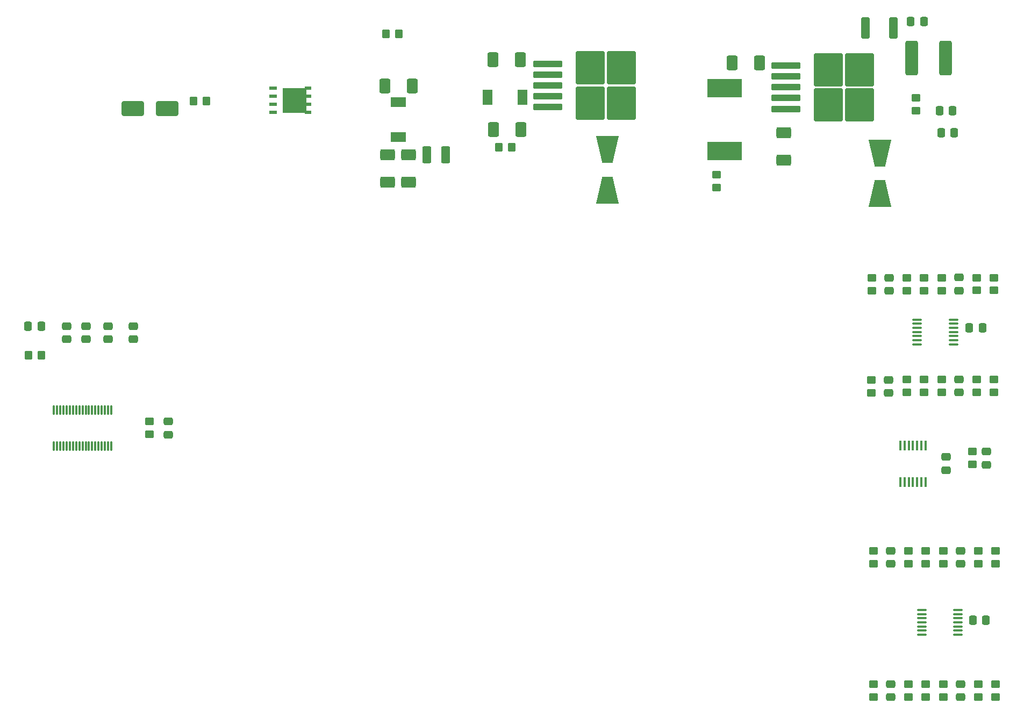
<source format=gbr>
%TF.GenerationSoftware,KiCad,Pcbnew,9.0.6-9.0.6~ubuntu24.04.1*%
%TF.CreationDate,2025-12-03T13:46:22+01:00*%
%TF.ProjectId,HVAC_STM32F7_PCB,48564143-5f53-4544-9d33-3246375f5043,rev?*%
%TF.SameCoordinates,Original*%
%TF.FileFunction,Paste,Top*%
%TF.FilePolarity,Positive*%
%FSLAX46Y46*%
G04 Gerber Fmt 4.6, Leading zero omitted, Abs format (unit mm)*
G04 Created by KiCad (PCBNEW 9.0.6-9.0.6~ubuntu24.04.1) date 2025-12-03 13:46:22*
%MOMM*%
%LPD*%
G01*
G04 APERTURE LIST*
G04 Aperture macros list*
%AMRoundRect*
0 Rectangle with rounded corners*
0 $1 Rounding radius*
0 $2 $3 $4 $5 $6 $7 $8 $9 X,Y pos of 4 corners*
0 Add a 4 corners polygon primitive as box body*
4,1,4,$2,$3,$4,$5,$6,$7,$8,$9,$2,$3,0*
0 Add four circle primitives for the rounded corners*
1,1,$1+$1,$2,$3*
1,1,$1+$1,$4,$5*
1,1,$1+$1,$6,$7*
1,1,$1+$1,$8,$9*
0 Add four rect primitives between the rounded corners*
20,1,$1+$1,$2,$3,$4,$5,0*
20,1,$1+$1,$4,$5,$6,$7,0*
20,1,$1+$1,$6,$7,$8,$9,0*
20,1,$1+$1,$8,$9,$2,$3,0*%
%AMOutline4P*
0 Free polygon, 4 corners , with rotation*
0 The origin of the aperture is its center*
0 number of corners: always 4*
0 $1 to $8 corner X, Y*
0 $9 Rotation angle, in degrees counterclockwise*
0 create outline with 4 corners*
4,1,4,$1,$2,$3,$4,$5,$6,$7,$8,$1,$2,$9*%
G04 Aperture macros list end*
%ADD10RoundRect,0.250000X0.450000X-0.350000X0.450000X0.350000X-0.450000X0.350000X-0.450000X-0.350000X0*%
%ADD11R,1.500000X2.400000*%
%ADD12RoundRect,0.250000X0.350000X0.450000X-0.350000X0.450000X-0.350000X-0.450000X0.350000X-0.450000X0*%
%ADD13RoundRect,0.250000X-0.337500X-0.475000X0.337500X-0.475000X0.337500X0.475000X-0.337500X0.475000X0*%
%ADD14RoundRect,0.250000X-0.450000X0.350000X-0.450000X-0.350000X0.450000X-0.350000X0.450000X0.350000X0*%
%ADD15RoundRect,0.100000X0.637500X0.100000X-0.637500X0.100000X-0.637500X-0.100000X0.637500X-0.100000X0*%
%ADD16RoundRect,0.250000X0.475000X-0.337500X0.475000X0.337500X-0.475000X0.337500X-0.475000X-0.337500X0*%
%ADD17R,5.400000X2.900000*%
%ADD18RoundRect,0.250001X0.612499X0.899999X-0.612499X0.899999X-0.612499X-0.899999X0.612499X-0.899999X0*%
%ADD19Outline4P,-2.150000X-1.800000X2.150000X-0.800000X2.150000X0.800000X-2.150000X1.800000X270.000000*%
%ADD20Outline4P,-2.150000X-1.800000X2.150000X-0.800000X2.150000X0.800000X-2.150000X1.800000X90.000000*%
%ADD21RoundRect,0.250000X0.400000X1.450000X-0.400000X1.450000X-0.400000X-1.450000X0.400000X-1.450000X0*%
%ADD22RoundRect,0.250000X-0.475000X0.337500X-0.475000X-0.337500X0.475000X-0.337500X0.475000X0.337500X0*%
%ADD23RoundRect,0.249999X-0.737501X-2.450001X0.737501X-2.450001X0.737501X2.450001X-0.737501X2.450001X0*%
%ADD24RoundRect,0.250000X-1.500000X-0.900000X1.500000X-0.900000X1.500000X0.900000X-1.500000X0.900000X0*%
%ADD25RoundRect,0.250001X-0.899999X0.612499X-0.899999X-0.612499X0.899999X-0.612499X0.899999X0.612499X0*%
%ADD26RoundRect,0.051250X-0.153750X0.733750X-0.153750X-0.733750X0.153750X-0.733750X0.153750X0.733750X0*%
%ADD27RoundRect,0.250001X-0.462499X-1.074999X0.462499X-1.074999X0.462499X1.074999X-0.462499X1.074999X0*%
%ADD28RoundRect,0.075000X-0.075000X0.662500X-0.075000X-0.662500X0.075000X-0.662500X0.075000X0.662500X0*%
%ADD29RoundRect,0.250000X-0.350000X-0.450000X0.350000X-0.450000X0.350000X0.450000X-0.350000X0.450000X0*%
%ADD30R,1.270000X0.610000*%
%ADD31R,3.810000X3.910000*%
%ADD32R,1.020000X0.610000*%
%ADD33RoundRect,0.250000X-2.025000X-2.375000X2.025000X-2.375000X2.025000X2.375000X-2.025000X2.375000X0*%
%ADD34RoundRect,0.250000X-2.050000X-0.300000X2.050000X-0.300000X2.050000X0.300000X-2.050000X0.300000X0*%
%ADD35R,2.400000X1.500000*%
%ADD36RoundRect,0.250001X-0.612499X-0.899999X0.612499X-0.899999X0.612499X0.899999X-0.612499X0.899999X0*%
G04 APERTURE END LIST*
D10*
%TO.C,R9*%
X202800000Y-94875000D03*
X202800000Y-92875000D03*
%TD*%
D11*
%TO.C,L2*%
X131300000Y-48400000D03*
X136800000Y-48400000D03*
%TD*%
D12*
%TO.C,R4*%
X87000000Y-49000000D03*
X85000000Y-49000000D03*
%TD*%
D13*
%TO.C,C11*%
X58925000Y-84500000D03*
X61000000Y-84500000D03*
%TD*%
D14*
%TO.C,R7*%
X191800000Y-76875000D03*
X191800000Y-78875000D03*
%TD*%
D10*
%TO.C,R1*%
X78000000Y-101500000D03*
X78000000Y-99500000D03*
%TD*%
D15*
%TO.C,U5*%
X204662500Y-87325000D03*
X204662500Y-86675000D03*
X204662500Y-86025000D03*
X204662500Y-85375000D03*
X204662500Y-84725000D03*
X204662500Y-84075000D03*
X204662500Y-83425000D03*
X198937500Y-83425000D03*
X198937500Y-84075000D03*
X198937500Y-84725000D03*
X198937500Y-85375000D03*
X198937500Y-86025000D03*
X198937500Y-86675000D03*
X198937500Y-87325000D03*
%TD*%
D16*
%TO.C,C20*%
X194550000Y-78912500D03*
X194550000Y-76837500D03*
%TD*%
D14*
%TO.C,RG4*%
X208300000Y-92875000D03*
X208300000Y-94875000D03*
%TD*%
D17*
%TO.C,L1*%
X168600000Y-46975000D03*
X168600000Y-56875000D03*
%TD*%
D14*
%TO.C,RF3*%
X200050000Y-76875000D03*
X200050000Y-78875000D03*
%TD*%
%TO.C,RG7*%
X208550000Y-119875000D03*
X208550000Y-121875000D03*
%TD*%
%TO.C,RF4*%
X211050000Y-92875000D03*
X211050000Y-94875000D03*
%TD*%
D18*
%TO.C,C4*%
X136562500Y-53450000D03*
X132237500Y-53450000D03*
%TD*%
D15*
%TO.C,U6*%
X205412500Y-133075000D03*
X205412500Y-132425000D03*
X205412500Y-131775000D03*
X205412500Y-131125000D03*
X205412500Y-130475000D03*
X205412500Y-129825000D03*
X205412500Y-129175000D03*
X199687500Y-129175000D03*
X199687500Y-129825000D03*
X199687500Y-130475000D03*
X199687500Y-131125000D03*
X199687500Y-131775000D03*
X199687500Y-132425000D03*
X199687500Y-133075000D03*
%TD*%
D13*
%TO.C,C32*%
X207175000Y-84750000D03*
X209250000Y-84750000D03*
%TD*%
D19*
%TO.C,D1*%
X150200000Y-56650000D03*
D20*
X150200000Y-63050000D03*
%TD*%
D18*
%TO.C,C1*%
X136462500Y-42450000D03*
X132137500Y-42450000D03*
%TD*%
%TO.C,C6*%
X174162500Y-43000000D03*
X169837500Y-43000000D03*
%TD*%
D14*
%TO.C,R13*%
X203050000Y-140875000D03*
X203050000Y-142875000D03*
%TD*%
D21*
%TO.C,F2*%
X195225000Y-37500000D03*
X190775000Y-37500000D03*
%TD*%
D14*
%TO.C,R6*%
X191700000Y-92950000D03*
X191700000Y-94950000D03*
%TD*%
D22*
%TO.C,C17*%
X203550000Y-105087500D03*
X203550000Y-107162500D03*
%TD*%
D14*
%TO.C,RG5*%
X197550000Y-140875000D03*
X197550000Y-142875000D03*
%TD*%
D12*
%TO.C,R16*%
X135100000Y-56250000D03*
X133100000Y-56250000D03*
%TD*%
D23*
%TO.C,C29*%
X198112500Y-42250000D03*
X203387500Y-42250000D03*
%TD*%
D14*
%TO.C,RF7*%
X211300000Y-119875000D03*
X211300000Y-121875000D03*
%TD*%
D16*
%TO.C,C12*%
X68000000Y-86537500D03*
X68000000Y-84462500D03*
%TD*%
D14*
%TO.C,R8*%
X202800000Y-76875000D03*
X202800000Y-78875000D03*
%TD*%
D13*
%TO.C,C30*%
X202462500Y-50500000D03*
X204537500Y-50500000D03*
%TD*%
D22*
%TO.C,C9*%
X75500000Y-84462500D03*
X75500000Y-86537500D03*
%TD*%
D24*
%TO.C,D3*%
X75400000Y-50190000D03*
X80800000Y-50190000D03*
%TD*%
D16*
%TO.C,C25*%
X205800000Y-142912500D03*
X205800000Y-140837500D03*
%TD*%
%TO.C,C24*%
X205800000Y-121912500D03*
X205800000Y-119837500D03*
%TD*%
D14*
%TO.C,RF2*%
X200050000Y-92875000D03*
X200050000Y-94875000D03*
%TD*%
%TO.C,R15*%
X167350000Y-60625000D03*
X167350000Y-62625000D03*
%TD*%
D16*
%TO.C,C11X7R1*%
X71500000Y-86537500D03*
X71500000Y-84462500D03*
%TD*%
D25*
%TO.C,C27*%
X118800000Y-57437500D03*
X118800000Y-61762500D03*
%TD*%
D13*
%TO.C,C28*%
X197962500Y-36500000D03*
X200037500Y-36500000D03*
%TD*%
D16*
%TO.C,C13*%
X65000000Y-86537500D03*
X65000000Y-84462500D03*
%TD*%
D26*
%TO.C,U3*%
X200250000Y-103255000D03*
X199600000Y-103255000D03*
X198950000Y-103255000D03*
X198300000Y-103255000D03*
X197650000Y-103255000D03*
X197000000Y-103255000D03*
X196350000Y-103255000D03*
X196350000Y-108995000D03*
X197000000Y-108995000D03*
X197650000Y-108995000D03*
X198300000Y-108995000D03*
X198950000Y-108995000D03*
X199600000Y-108995000D03*
X200250000Y-108995000D03*
%TD*%
D14*
%TO.C,RG6*%
X197550000Y-119875000D03*
X197550000Y-121875000D03*
%TD*%
%TO.C,R12*%
X203050000Y-119875000D03*
X203050000Y-121875000D03*
%TD*%
D27*
%TO.C,FB1*%
X121712500Y-57500000D03*
X124687500Y-57500000D03*
%TD*%
D28*
%TO.C,U7*%
X72000000Y-97637500D03*
X71500000Y-97637500D03*
X71000000Y-97637500D03*
X70500000Y-97637500D03*
X70000000Y-97637500D03*
X69500000Y-97637500D03*
X69000000Y-97637500D03*
X68500000Y-97637500D03*
X68000000Y-97637500D03*
X67500000Y-97637500D03*
X67000000Y-97637500D03*
X66500000Y-97637500D03*
X66000000Y-97637500D03*
X65500000Y-97637500D03*
X65000000Y-97637500D03*
X64500000Y-97637500D03*
X64000000Y-97637500D03*
X63500000Y-97637500D03*
X63000000Y-97637500D03*
X63000000Y-103362500D03*
X63500000Y-103362500D03*
X64000000Y-103362500D03*
X64500000Y-103362500D03*
X65000000Y-103362500D03*
X65500000Y-103362500D03*
X66000000Y-103362500D03*
X66500000Y-103362500D03*
X67000000Y-103362500D03*
X67500000Y-103362500D03*
X68000000Y-103362500D03*
X68500000Y-103362500D03*
X69000000Y-103362500D03*
X69500000Y-103362500D03*
X70000000Y-103362500D03*
X70500000Y-103362500D03*
X71000000Y-103362500D03*
X71500000Y-103362500D03*
X72000000Y-103362500D03*
%TD*%
D29*
%TO.C,R14*%
X115300000Y-38400000D03*
X117300000Y-38400000D03*
%TD*%
D14*
%TO.C,RG3*%
X197300000Y-76875000D03*
X197300000Y-78875000D03*
%TD*%
D10*
%TO.C,R3*%
X207650000Y-106237500D03*
X207650000Y-104237500D03*
%TD*%
D30*
%TO.C,Q1*%
X97535000Y-50810000D03*
X97535000Y-47000000D03*
X97535000Y-48270000D03*
X97535000Y-49540000D03*
D31*
X100895000Y-48905000D03*
D32*
X103000000Y-47000000D03*
X103000000Y-48270000D03*
X103000000Y-49540000D03*
X103000000Y-50810000D03*
%TD*%
D14*
%TO.C,R10*%
X192050000Y-140875000D03*
X192050000Y-142875000D03*
%TD*%
D33*
%TO.C,U2*%
X185000000Y-44050000D03*
X185000000Y-49600000D03*
X189850000Y-44050000D03*
X189850000Y-49600000D03*
D34*
X178275000Y-43425000D03*
X178275000Y-45125000D03*
X178275000Y-46825000D03*
X178275000Y-48525000D03*
X178275000Y-50225000D03*
%TD*%
D14*
%TO.C,RF8*%
X211300000Y-140875000D03*
X211300000Y-142875000D03*
%TD*%
D25*
%TO.C,C16*%
X115500000Y-57437500D03*
X115500000Y-61762500D03*
%TD*%
D35*
%TO.C,L3*%
X117200000Y-49150000D03*
X117200000Y-54650000D03*
%TD*%
D14*
%TO.C,RF5*%
X200300000Y-140875000D03*
X200300000Y-142875000D03*
%TD*%
D19*
%TO.C,D2*%
X193100000Y-57200000D03*
D20*
X193100000Y-63600000D03*
%TD*%
D14*
%TO.C,RF6*%
X200300000Y-119875000D03*
X200300000Y-121875000D03*
%TD*%
D16*
%TO.C,C14*%
X209900000Y-106275000D03*
X209900000Y-104200000D03*
%TD*%
D14*
%TO.C,RG2*%
X197300000Y-92875000D03*
X197300000Y-94875000D03*
%TD*%
%TO.C,RG1*%
X208300000Y-76837500D03*
X208300000Y-78837500D03*
%TD*%
D13*
%TO.C,C33*%
X207712500Y-130750000D03*
X209787500Y-130750000D03*
%TD*%
D16*
%TO.C,C23*%
X194800000Y-121912500D03*
X194800000Y-119837500D03*
%TD*%
%TO.C,C21*%
X205550000Y-94912500D03*
X205550000Y-92837500D03*
%TD*%
D10*
%TO.C,R17*%
X198750000Y-50500000D03*
X198750000Y-48500000D03*
%TD*%
D14*
%TO.C,R11*%
X192050000Y-119875000D03*
X192050000Y-121875000D03*
%TD*%
D33*
%TO.C,U1*%
X147500000Y-43750000D03*
X147500000Y-49300000D03*
X152350000Y-43750000D03*
X152350000Y-49300000D03*
D34*
X140775000Y-43125000D03*
X140775000Y-44825000D03*
X140775000Y-46525000D03*
X140775000Y-48225000D03*
X140775000Y-49925000D03*
%TD*%
D16*
%TO.C,C18*%
X205550000Y-78875000D03*
X205550000Y-76800000D03*
%TD*%
%TO.C,C10*%
X81000000Y-101537500D03*
X81000000Y-99462500D03*
%TD*%
D14*
%TO.C,RG8*%
X208550000Y-140875000D03*
X208550000Y-142875000D03*
%TD*%
D36*
%TO.C,C26*%
X115137500Y-46600000D03*
X119462500Y-46600000D03*
%TD*%
D25*
%TO.C,C7*%
X177950000Y-53962500D03*
X177950000Y-58287500D03*
%TD*%
D16*
%TO.C,C19*%
X194450000Y-94987500D03*
X194450000Y-92912500D03*
%TD*%
D14*
%TO.C,RF1*%
X211050000Y-76837500D03*
X211050000Y-78837500D03*
%TD*%
D29*
%TO.C,R2*%
X58982500Y-89005000D03*
X60982500Y-89005000D03*
%TD*%
D13*
%TO.C,C31*%
X202712500Y-54000000D03*
X204787500Y-54000000D03*
%TD*%
D16*
%TO.C,C22*%
X194800000Y-142912500D03*
X194800000Y-140837500D03*
%TD*%
M02*

</source>
